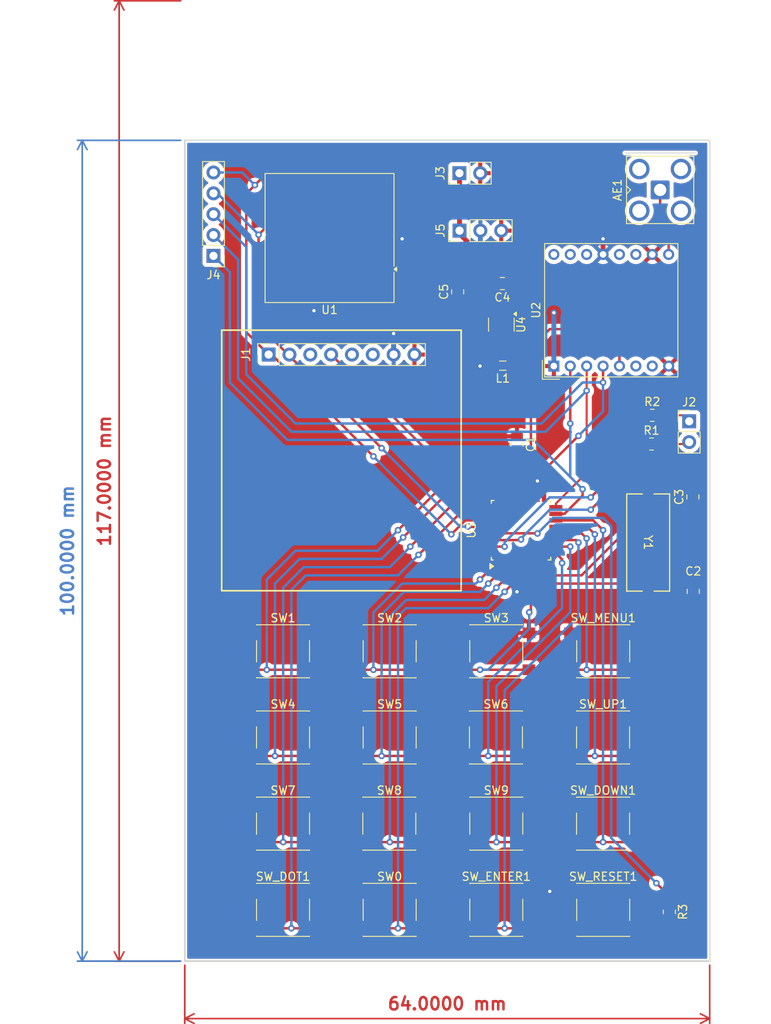
<source format=kicad_pcb>
(kicad_pcb (version 20240108) (generator "pcbnew") (generator_version "8.0")
  (layers (0 "F.Cu" signal) (31 "B.Cu" signal) (34 "B.Paste" user) (35 "F.Paste" user) (36 "B.SilkS" user "B.Silkscreen") (37 "F.SilkS" user "F.Silkscreen") (38 "B.Mask" user) (39 "F.Mask" user) (44 "Edge.Cuts" user))
  (net 0 "")
  (net 1 "+3.3V")
  (net 2 "/SCK")
  (net 3 "/MISO")
  (net 4 "/MOSI")
  (net 5 "/I2C_SCL")
  (net 6 "/I2C_SDA")
  (net 7 "GND")
  (net 18 "Net-(AE1-A)")
  (net 21 "/RESET")
  (net 22 "Net-(U3-AREF)")
  (net 23 "/mcu/RX")
  (net 24 "/mcu/RESET")
  (net 25 "Net-(U3-XTAL2{slash}PB7)")
  (net 26 "/mcu/TX")
  (net 27 "Net-(U3-XTAL1{slash}PB6)")
  (net 29 "/pushbutton_1")
  (net 30 "/pushbutton_4")
  (net 31 "/pushbutton_7")
  (net 32 "/pushbutton_2")
  (net 33 "/pushbutton_5")
  (net 34 "/pushbutton_8")
  (net 35 "/pushbutton_3")
  (net 36 "/pushbutton_6")
  (net 37 "/pushbutton_9")
  (net 38 "/pushbutton_dot")
  (net 39 "/pushbutton_0")
  (net 40 "/pushbutton_enter")
  (net 41 "/pushbutton_menu")
  (net 42 "/pushbutton_up")
  (net 43 "/pushbutton_down")
  (net 46 "/display_RST")
  (net 47 "Net-(U4-SW)")
  (net 48 "INPUT_VOLTAGE")
  (net 50 "/transceiver_CS")
  (net 51 "Net-(J2-Pin_1)")
  (net 52 "Net-(J2-Pin_2)")
  (net 53 "Net-(R3-Pad2)")
  (footprint "Button_Switch_SMD:SW_SPST_PTS645" (layer "F.Cu") (at 130.94 128.25)
    (property "Reference" "SW8")
    (property "Value" "SW_Push")
  )
  (footprint "Capacitor_SMD:C_0805_2012Metric" (layer "F.Cu") (at 144.725 62.45 180)
    (property "Reference" "C4")
    (property "Value" "4.7uF")
  )
  (footprint "RF_GPS:ublox_SAM-M8Q" (layer "F.Cu") (at 123.65 56.9 180)
    (property "Reference" "U1")
    (property "Value" "SAM-M8Q")
  )
  (footprint "Capacitor_SMD:C_0805_2012Metric" (layer "F.Cu") (at 168 99.95 -90)
    (property "Reference" "C2")
    (property "Value" "22pF")
  )
  (footprint "Package_QFP:TQFP-32_7x7mm_P0.8mm" (layer "F.Cu") (at 147 92.5 90)
    (property "Reference" "U3")
    (property "Value" "ATmega328PB-A")
  )
  (footprint "Button_Switch_SMD:SW_SPST_PTS645" (layer "F.Cu") (at 117.98 107.25)
    (property "Reference" "SW1")
    (property "Value" "SW_Push")
  )
  (footprint "Capacitor_SMD:C_0805_2012Metric" (layer "F.Cu") (at 167.95 88.45 90)
    (property "Reference" "C3")
    (property "Value" "22pF")
  )
  (footprint "Connector_Coaxial:SMA_Amphenol_901-143_Horizontal" (layer "F.Cu") (at 163.96 51.04)
    (property "Reference" "AE1")
    (property "Value" "Antenna")
    (fp_line (start 4.3 -4.5) (end -4.3 -4.5) (stroke (width 0.1)) (layer "Edge.Cuts"))
  )
  (footprint "Button_Switch_SMD:SW_SPST_PTS645" (layer "F.Cu") (at 117.98 138.75)
    (property "Reference" "SW_DOT1")
    (property "Value" "SW_Push")
  )
  (footprint "Button_Switch_SMD:SW_SPST_PTS645" (layer "F.Cu") (at 143.98 107.25)
    (property "Reference" "SW3")
    (property "Value" "SW_Push")
  )
  (footprint "Package_TO_SOT_SMD:TSOT-23-5" (layer "F.Cu") (at 144.6 67.45 -90)
    (property "Reference" "U4")
    (property "Value" "LM3670MF")
  )
  (footprint "Button_Switch_SMD:SW_SPST_PTS645" (layer "F.Cu") (at 143.98 138.75)
    (property "Reference" "SW_ENTER1")
    (property "Value" "SW_Push")
  )
  (footprint "Connector_PinHeader_2.54mm:PinHeader_1x02_P2.54mm_Vertical" (layer "F.Cu") (at 167.5 79.225)
    (property "Reference" "J2")
    (property "Value" "Conn_01x02_Pin")
  )
  (footprint "Resistor_SMD:R_0805_2012Metric" (layer "F.Cu") (at 163 78.5)
    (property "Reference" "R2")
    (property "Value" "1k")
  )
  (footprint "Button_Switch_SMD:SW_SPST_PTS645" (layer "F.Cu") (at 157 128.25)
    (property "Reference" "SW_DOWN1")
    (property "Value" "SW_Push")
  )
  (footprint "Connector_PinHeader_2.54mm:PinHeader_1x03_P2.54mm_Vertical" (layer "F.Cu") (at 139.5 56 90)
    (property "Reference" "J5")
    (property "Value" "Conn_01x03_Pin")
  )
  (footprint "Button_Switch_SMD:SW_SPST_PTS645" (layer "F.Cu") (at 117.98 128.25)
    (property "Reference" "SW7")
    (property "Value" "SW_Push")
  )
  (footprint "Connector_PinHeader_2.54mm:PinHeader_1x05_P2.54mm_Vertical" (layer "F.Cu") (at 109.5 59.075 180)
    (property "Reference" "J4")
    (property "Value" "Conn_01x05_Pin")
  )
  (footprint "Connector_PinSocket_2.54mm:PinSocket_1x08_P2.54mm_Vertical" (layer "F.Cu") (at 116.225 71.1 90)
    (property "Reference" "J1")
    (property "Value" "Conn_01x08_Pin")
  )
  (footprint "Capacitor_SMD:C_0805_2012Metric" (layer "F.Cu") (at 146.5 82 -90)
    (property "Reference" "C1")
    (property "Value" "100nF")
  )
  (footprint "Button_Switch_SMD:SW_SPST_PTS645" (layer "F.Cu") (at 143.98 128.25)
    (property "Reference" "SW9")
    (property "Value" "SW_Push")
  )
  (footprint "Button_Switch_SMD:SW_SPST_PTS645" (layer "F.Cu") (at 130.98 138.75)
    (property "Reference" "SW0")
    (property "Value" "SW_Push")
  )
  (footprint "Button_Switch_SMD:SW_SPST_PTS645" (layer "F.Cu") (at 157.02 138.75)
    (property "Reference" "SW_RESET1")
    (property "Value" "SW_Push")
  )
  (footprint "Button_Switch_SMD:SW_SPST_PTS645" (layer "F.Cu") (at 117.98 117.75)
    (property "Reference" "SW4")
    (property "Value" "SW_Push")
  )
  (footprint "footprints:XTAL_ABLS-16_ABR" (layer "F.Cu") (at 162.5 94 -90)
    (property "Reference" "Y1")
    (property "Value" "Crystal")
  )
  (footprint "Capacitor_SMD:C_0805_2012Metric" (layer "F.Cu") (at 139.275 63.45 90)
    (property "Reference" "C5")
    (property "Value" "10 uF")
  )
  (footprint "Button_Switch_SMD:SW_SPST_PTS645" (layer "F.Cu") (at 130.98 107.25)
    (property "Reference" "SW2")
    (property "Value" "SW_Push")
  )
  (footprint "Button_Switch_SMD:SW_SPST_PTS645" (layer "F.Cu") (at 143.94 117.75)
    (property "Reference" "SW6")
    (property "Value" "SW_Push")
  )
  (footprint "Resistor_SMD:R_0805_2012Metric" (layer "F.Cu") (at 162.9125 82)
    (property "Reference" "R1")
    (property "Value" "1k")
  )
  (footprint "Connector_PinHeader_2.54mm:PinHeader_1x02_P2.54mm_Vertical" (layer "F.Cu") (at 139.485 49 90)
    (property "Reference" "J3")
    (property "Value" "Conn_01x02_Pin")
  )
  (footprint "Button_Switch_SMD:SW_SPST_PTS645" (layer "F.Cu") (at 157 117.75)
    (property "Reference" "SW_UP1")
    (property "Value" "SW_Push")
  )
  (footprint "RF_Module:HOPERF_RFM9XW_THT" (layer "F.Cu") (at 151 72.5 90)
    (property "Reference" "U2")
    (property "Value" "RFM96W-433S2")
  )
  (footprint "Button_Switch_SMD:SW_SPST_PTS645" (layer "F.Cu") (at 157.02 107.25)
    (property "Reference" "SW_MENU1")
    (property "Value" "SW_Push")
  )
  (footprint "Button_Switch_SMD:SW_SPST_PTS645" (layer "F.Cu") (at 130.98 117.75)
    (property "Reference" "SW5")
    (property "Value" "SW_Push")
  )
  (footprint "Inductor_SMD:L_0805_2012Metric" (layer "F.Cu") (at 144.775 72.45 180)
    (property "Reference" "L1")
    (property "Value" "2.2 uH")
  )
  (footprint "Resistor_SMD:R_0805_2012Metric" (layer "F.Cu") (at 165.0875 139 -90)
    (property "Reference" "R3")
    (property "Value" "10k")
  )
  (gr_rect (start 110.5 68.125) (end 139.7 99.875) (stroke (width 0.2)) (fill none) (layer "F.SilkS"))
  (gr_rect (start 106 45) (end 170 145) (stroke (width 0.2)) (fill none) (layer "Edge.Cuts"))
  (dimension (type aligned) (layer "F.Cu") (pts (xy 170 145) (xy 106 145)) (height -7) (gr_text "64.0000 mm" (at 138 150.2 0) (layer "F.Cu") (effects (font (size 1.5 1.5) (thickness 0.3)))) (format (prefix "") (suffix "") (units 3) (units_format 1) (precision 4)) (style (thickness 0.2) (arrow_length 1.27) (text_position_mode 0) (extension_height 0.58642) (extension_offset 0.5) keep_text_aligned))
  (dimension (type aligned) (layer "F.Cu") (pts (xy 106 145) (xy 106 28)) (height -8) (gr_text "117.0000 mm" (at 96.2 86.5 90) (layer "F.Cu") (effects (font (size 1.5 1.5) (thickness 0.3)))) (format (prefix "") (suffix "") (units 3) (units_format 1) (precision 4)) (style (thickness 0.2) (arrow_length 1.27) (text_position_mode 0) (extension_height 0.58642) (extension_offset 0.5) keep_text_aligned))
  (dimension (type aligned) (layer "B.Cu") (pts (xy 106 145) (xy 106 45)) (height -12.5) (gr_text "100.0000 mm" (at 91.7 95 90) (layer "B.Cu") (effects (font (size 1.5 1.5) (thickness 0.3)))) (format (prefix "") (suffix "") (units 3) (units_format 1) (precision 4)) (style (thickness 0.2) (arrow_length 1.27) (text_position_mode 0) (extension_height 0.58642) (extension_offset 0.5) keep_text_aligned))
  (segment (start 143.65 68.575) (end 143.7125 68.5125) (width 0.6) (layer "F.Cu") (net 1))
  (segment (start 131.465 71.1) (end 131.465 68.535) (width 0.6) (layer "F.Cu") (net 1))
  (segment (start 153.04 136.5) (end 157 136.5) (width 0.6) (layer "F.Cu") (net 1))
  (segment (start 143.6625 72.5) (end 143.7125 72.45) (width 0.6) (layer "F.Cu") (net 1))
  (segment (start 132.4 56.9) (end 132.5 57) (width 0.6) (layer "F.Cu") (net 1))
  (segment (start 139.275 64.4) (end 139.4625 64.4) (width 0.6) (layer "F.Cu") (net 1))
  (segment (start 157 136.5) (end 161 136.5) (width 0.6) (layer "F.Cu") (net 1))
  (segment (start 143.65 68.5875) (end 143.65 68.575) (width 0.6) (layer "F.Cu") (net 1))
  (segment (start 143.7125 68.5125) (end 143.7125 72.45) (width 0.6) (layer "F.Cu") (net 1))
  (segment (start 146.6 96.75) (end 146.6 99.9) (width 0.6) (layer "F.Cu") (net 1))
  (segment (start 139.4625 64.4) (end 143.65 68.5875) (width 0.6) (layer "F.Cu") (net 1))
  (segment (start 130.25 56.9) (end 132.4 56.9) (width 0.6) (layer "F.Cu") (net 1))
  (segment (start 130.25 58.8) (end 130.25 56.9) (width 0.6) (layer "F.Cu") (net 1))
  (segment (start 157 58.9) (end 157 57) (width 0.6) (layer "F.Cu") (net 1))
  (segment (start 142 72.5) (end 143.6625 72.5) (width 0.6) (layer "F.Cu") (net 1))
  (segment (start 149 88.25) (end 149 86.5) (width 0.6) (layer "F.Cu") (net 1))
  (segment (start 121.75 65.75) (end 121.75 63.5) (width 0.6) (layer "F.Cu") (net 1))
  (segment (start 131.5 68.5) (end 131.465 68.535) (width 0.6) (layer "F.Cu") (net 1))
  (segment (start 146.6 99.9) (end 146.5 100) (width 0.6) (layer "F.Cu") (net 1))
  (segment (start 157 136.5) (end 150.5 136.5) (width 0.6) (layer "F.Cu") (net 1))
  (via (at 157 57) (size 0.8) (drill 0.4) (layers "F.Cu" "B.Cu") (net 1))
  (via (at 131.465 68.535) (size 0.8) (drill 0.4) (layers "F.Cu" "B.Cu") (net 1))
  (via (at 132.5 57) (size 0.8) (drill 0.4) (layers "F.Cu" "B.Cu") (net 1))
  (via (at 121.75 65.75) (size 0.8) (drill 0.4) (layers "F.Cu" "B.Cu") (net 1))
  (via (at 150.5 136.5) (size 0.8) (drill 0.4) (layers "F.Cu" "B.Cu") (net 1))
  (via (at 149 86.5) (size 0.8) (drill 0.4) (layers "F.Cu" "B.Cu") (net 1))
  (via (at 146.5 100) (size 0.8) (drill 0.4) (layers "F.Cu" "B.Cu") (net 1))
  (via (at 142 72.5) (size 0.8) (drill 0.4) (layers "F.Cu" "B.Cu") (net 1))
  (segment (start 142.04 72.46) (end 142 72.5) (width 0.6) (layer "B.Cu") (net 1))
  (segment (start 142.04 56) (end 142.04 72.46) (width 0.6) (layer "B.Cu") (net 1))
  (segment (start 131.1 71.1) (end 131 71) (width 0.6) (layer "B.Cu") (net 1))
  (segment (start 149.8 85.2) (end 154 81) (width 0.3) (layer "F.Cu") (net 2))
  (segment (start 157 74.5) (end 157 72.5) (width 0.3) (layer "F.Cu") (net 2))
  (segment (start 149.8 88.25) (end 149.8 85.2) (width 0.3) (layer "F.Cu") (net 2))
  (via (at 154 81) (size 0.8) (drill 0.4) (layers "F.Cu" "B.Cu") (net 2))
  (via (at 157 74.5) (size 0.8) (drill 0.4) (layers "F.Cu" "B.Cu") (net 2))
  (segment (start 157 78) (end 157 74.5) (width 0.3) (layer "B.Cu") (net 2))
  (segment (start 113.5 73.5) (end 119.5 79.5) (width 0.3) (layer "B.Cu") (net 2))
  (segment (start 113.5 57.995) (end 113.5 73.5) (width 0.3) (layer "B.Cu") (net 2))
  (segment (start 154 81) (end 157 78) (width 0.3) (layer "B.Cu") (net 2))
  (segment (start 149.5 79.5) (end 154.5 74.5) (width 0.3) (layer "B.Cu") (net 2))
  (segment (start 109.5 53.995) (end 113.5 57.995) (width 0.3) (layer "B.Cu") (net 2))
  (segment (start 154.5 74.5) (end 157 74.5) (width 0.3) (layer "B.Cu") (net 2))
  (segment (start 119.5 79.5) (end 149.5 79.5) (width 0.3) (layer "B.Cu") (net 2))
  (segment (start 154.5 88.3) (end 154.5 87.5) (width 0.3) (layer "F.Cu") (net 3))
  (segment (start 153 79.5) (end 153 72.5) (width 0.3) (layer "F.Cu") (net 3))
  (segment (start 151.25 90.5) (end 152.3 90.5) (width 0.3) (layer "F.Cu") (net 3))
  (segment (start 152.3 90.5) (end 154.5 88.3) (width 0.3) (layer "F.Cu") (net 3))
  (via (at 153 79.5) (size 0.8) (drill 0.4) (layers "F.Cu" "B.Cu") (net 3))
  (via (at 154.5 87.5) (size 0.8) (drill 0.4) (layers "F.Cu" "B.Cu") (net 3))
  (segment (start 153 86) (end 153 79.5) (width 0.3) (layer "B.Cu") (net 3))
  (segment (start 111.5 74.5) (end 118.5 81.5) (width 0.3) (layer "B.Cu") (net 3))
  (segment (start 118.5 81.5) (end 148.5 81.5) (width 0.3) (layer "B.Cu") (net 3))
  (segment (start 154.5 87.5) (end 153 86) (width 0.3) (layer "B.Cu") (net 3))
  (segment (start 148.5 81.5) (end 153 86) (width 0.3) (layer "B.Cu") (net 3))
  (segment (start 109.5 59.075) (end 111.5 61.075) (width 0.3) (layer "B.Cu") (net 3))
  (segment (start 111.5 61.075) (end 111.5 74.5) (width 0.3) (layer "B.Cu") (net 3))
  (segment (start 151.25 89.25) (end 151.25 89.7) (width 0.25) (layer "F.Cu") (net 4))
  (segment (start 155 85.5) (end 151.25 89.25) (width 0.25) (layer "F.Cu") (net 4))
  (segment (start 155 75.5) (end 155 85.5) (width 0.25) (layer "F.Cu") (net 4))
  (segment (start 155 75.5) (end 155 72.5) (width 0.25) (layer "F.Cu") (net 4))
  (via (at 155 75.5) (size 0.8) (drill 0.4) (layers "F.Cu" "B.Cu") (net 4))
  (segment (start 150 80.5) (end 119 80.5) (width 0.3) (layer "B.Cu") (net 4))
  (segment (start 112.5 59.535) (end 109.5 56.535) (width 0.3) (layer "B.Cu") (net 4))
  (segment (start 112.5 74) (end 112.5 59.535) (width 0.3) (layer "B.Cu") (net 4))
  (segment (start 119 80.5) (end 112.5 74) (width 0.3) (layer "B.Cu") (net 4))
  (segment (start 155 75.5) (end 150 80.5) (width 0.3) (layer "B.Cu") (net 4))
  (segment (start 142.75 92.1) (end 140.580331 92.1) (width 0.3) (layer "F.Cu") (net 5))
  (segment (start 118.6 71.1) (end 115 67.5) (width 0.3) (layer "F.Cu") (net 5))
  (segment (start 118.765 71.265) (end 118.765 71.1) (width 0.3) (layer "F.Cu") (net 5))
  (segment (start 130 82.5) (end 118.765 71.265) (width 0.3) (layer "F.Cu") (net 5))
  (segment (start 115 67.5) (end 115 56.5) (width 0.3) (layer "F.Cu") (net 5))
  (segment (start 116.5 55) (end 117.05 55) (width 0.3) (layer "F.Cu") (net 5))
  (segment (start 115 56.5) (end 116.5 55) (width 0.3) (layer "F.Cu") (net 5))
  (segment (start 118.765 71.1) (end 118.6 71.1) (width 0.3) (layer "F.Cu") (net 5))
  (segment (start 140.580331 92.1) (end 140.530331 92.05) (width 0.3) (layer "F.Cu") (net 5))
  (via (at 115 56.5) (size 0.8) (drill 0.4) (layers "F.Cu" "B.Cu") (net 5))
  (via (at 140.530331 92.05) (size 0.8) (drill 0.4) (layers "F.Cu" "B.Cu") (net 5))
  (via (at 130 82.5) (size 0.8) (drill 0.4) (layers "F.Cu" "B.Cu") (net 5))
  (segment (start 115 56.4775) (end 115 56.5) (width 0.3) (layer "B.Cu") (net 5))
  (segment (start 139.55 92.05) (end 140.530331 92.05) (width 0.3) (layer "B.Cu") (net 5))
  (segment (start 109.5 51.455) (end 109.9775 51.455) (width 0.3) (layer "B.Cu") (net 5))
  (segment (start 109.9775 51.455) (end 115 56.4775) (width 0.3) (layer "B.Cu") (net 5))
  (segment (start 130 82.5) (end 139.55 92.05) (width 0.3) (layer "B.Cu") (net 5))
  (segment (start 113.5 68.375) (end 113.5 51.5) (width 0.3) (layer "F.Cu") (net 6))
  (segment (start 121.75 49.15) (end 121.75 50.3) (width 0.3) (layer "F.Cu") (net 6))
  (segment (start 116.225 71.1) (end 113.5 68.375) (width 0.3) (layer "F.Cu") (net 6))
  (segment (start 142.75 91.3) (end 140.2 91.3) (width 0.3) (layer "F.Cu") (net 6))
  (segment (start 114.55 50.45) (end 117 48) (width 0.3) (layer "F.Cu") (net 6))
  (segment (start 116.6 71.1) (end 116.225 71.1) (width 0.3) (layer "F.Cu") (net 6))
  (segment (start 113.5 51.5) (end 114.55 50.45) (width 0.3) (layer "F.Cu") (net 6))
  (segment (start 117 48) (end 120.6 48) (width 0.3) (layer "F.Cu") (net 6))
  (segment (start 120.6 48) (end 121.75 49.15) (width 0.3) (layer "F.Cu") (net 6))
  (segment (start 129 83.5) (end 116.6 71.1) (width 0.3) (layer "F.Cu") (net 6))
  (segment (start 140.2 91.3) (end 138.5 93) (width 0.3) (layer "F.Cu") (net 6))
  (via (at 138.5 93) (size 0.8) (drill 0.4) (layers "F.Cu" "B.Cu") (net 6))
  (via (at 129 83.5) (size 0.8) (drill 0.4) (layers "F.Cu" "B.Cu") (net 6))
  (via (at 114.55 50.45) (size 0.8) (drill 0.4) (layers "F.Cu" "B.Cu") (net 6))
  (segment (start 129 83.5) (end 138.5 93) (width 0.3) (layer "B.Cu") (net 6))
  (segment (start 109.5 48.915) (end 113.015 48.915) (width 0.3) (layer "B.Cu") (net 6))
  (segment (start 113.015 48.915) (end 114.55 50.45) (width 0.3) (layer "B.Cu") (net 6))
  (segment (start 143.775 62.45) (end 144.6 63.275) (width 0.6) (layer "F.Cu") (net 7))
  (segment (start 146.6 88.25) (end 146.6 86.1) (width 0.25) (layer "F.Cu") (net 7))
  (segment (start 143.725 62.5) (end 143.775 62.45) (width 0.6) (layer "F.Cu") (net 7))
  (segment (start 147.4 96.75) (end 147.4 100.6) (width 0.6) (layer "F.Cu") (net 7))
  (segment (start 144.6 63.275) (end 144.6 66.3125) (width 0.6) (layer "F.Cu") (net 7))
  (segment (start 146.6 86.1) (end 145.5 85) (width 0.25) (layer "F.Cu") (net 7))
  (segment (start 139.275 62.5) (end 143.725 62.5) (width 0.6) (layer "F.Cu") (net 7))
  (segment (start 147.4 100.6) (end 146.5 101.5) (width 0.6) (layer "F.Cu") (net 7))
  (via (at 151 66) (size 0.8) (drill 0.4) (layers "F.Cu" "B.Cu") (net 7))
  (segment (start 151 72.5) (end 151 72) (width 0.6) (layer "B.Cu") (net 7))
  (segment (start 151 72) (end 151 66) (width 0.6) (layer "B.Cu") (net 7))
  (segment (start 163.96 54.96) (end 163.96 51.04) (width 0.3) (layer "F.Cu") (net 18))
  (segment (start 165 56) (end 163.96 54.96) (width 0.3) (layer "F.Cu") (net 18))
  (segment (start 165 58.9) (end 165 56) (width 0.3) (layer "F.Cu") (net 18))
  (segment (start 146.5 82.95) (end 147.4 83.85) (width 0.3) (layer "F.Cu") (net 22))
  (segment (start 147.4 83.85) (end 147.4 88.25) (width 0.3) (layer "F.Cu") (net 22))
  (segment (start 146.925 93.7) (end 142.75 93.7) (width 0.3) (layer "F.Cu") (net 23))
  (segment (start 147 93.625) (end 146.925 93.7) (width 0.3) (layer "F.Cu") (net 23))
  (segment (start 162 83.5) (end 155.5 90) (width 0.3) (layer "F.Cu") (net 23))
  (segment (start 162 82) (end 162 83.5) (width 0.3) (layer "F.Cu") (net 23))
  (via (at 155.5 90) (size 0.8) (drill 0.4) (layers "F.Cu" "B.Cu") (net 23))
  (via (at 147 93.625) (size 0.8) (drill 0.4) (layers "F.Cu" "B.Cu") (net 23))
  (segment (start 147 93.5) (end 147 93.625) (width 0.3) (layer "B.Cu") (net 23))
  (segment (start 155.5 90) (end 150.5 90) (width 0.3) (layer "B.Cu") (net 23))
  (segment (start 150.5 90) (end 147 93.5) (width 0.3) (layer "B.Cu") (net 23))
  (segment (start 148.975 92.875) (end 142.775 92.875) (width 0.3) (layer "F.Cu") (net 24))
  (segment (start 142.775 92.875) (end 142.75 92.9) (width 0.3) (layer "F.Cu") (net 24))
  (segment (start 149 92.9) (end 148.975 92.875) (width 0.3) (layer "F.Cu") (net 24))
  (segment (start 165.0875 137.0875) (end 165.0875 138.0875) (width 0.3) (layer "F.Cu") (net 24))
  (segment (start 163.5 135.5) (end 165.0875 137.0875) (width 0.3) (layer "F.Cu") (net 24))
  (via (at 163.5 135.5) (size 0.8) (drill 0.4) (layers "F.Cu" "B.Cu") (net 24))
  (via (at 149 92.9) (size 0.8) (drill 0.4) (layers "F.Cu" "B.Cu") (net 24))
  (segment (start 150.9 91) (end 157 91) (width 0.3) (layer "B.Cu") (net 24))
  (segment (start 149 92.9) (end 150.9 91) (width 0.3) (layer "B.Cu") (net 24))
  (segment (start 158 92) (end 158 130) (width 0.3) (layer "B.Cu") (net 24))
  (segment (start 157 91) (end 158 92) (width 0.3) (layer "B.Cu") (net 24))
  (segment (start 158 130) (end 163.5 135.5) (width 0.3) (layer "B.Cu") (net 24))
  (segment (start 162.5 89.8751) (end 162.5 89.2502) (width 0.3) (layer "F.Cu") (net 25))
  (segment (start 149.8 96.75) (end 151.05 98) (width 0.3) (layer "F.Cu") (net 25))
  (segment (start 151.05 98) (end 154.3751 98) (width 0.3) (layer "F.Cu") (net 25))
  (segment (start 154.3751 98) (end 162.5 89.8751) (width 0.3) (layer "F.Cu") (net 25))
  (segment (start 162.6498 89.4) (end 162.5 89.2502) (width 0.3) (layer "F.Cu") (net 25))
  (segment (start 167.95 89.4) (end 162.6498 89.4) (width 0.3) (layer "F.Cu") (net 25))
  (segment (start 161.5 78.5) (end 160.5 79.5) (width 0.3) (layer "F.Cu") (net 26))
  (segment (start 160.5 83.5) (end 155.5 88.5) (width 0.3) (layer "F.Cu") (net 26))
  (segment (start 162.0875 78.5) (end 161.5 78.5) (width 0.3) (layer "F.Cu") (net 26))
  (segment (start 145 94.5) (end 142.75 94.5) (width 0.3) (layer "F.Cu") (net 26))
  (segment (start 160.5 79.5) (end 160.5 83.5) (width 0.3) (layer "F.Cu") (net 26))
  (via (at 145 94.5) (size 0.8) (drill 0.4) (layers "F.Cu" "B.Cu") (net 26))
  (via (at 155.5 88.5) (size 0.8) (drill 0.4) (layers "F.Cu" "B.Cu") (net 26))
  (segment (start 145 93.974695) (end 145 94.5) (width 0.3) (layer "B.Cu") (net 26))
  (segment (start 150.474695 88.5) (end 145 93.974695) (width 0.3) (layer "B.Cu") (net 26))
  (segment (start 155.5 88.5) (end 150.474695 88.5) (width 0.3) (layer "B.Cu") (net 26))
  (segment (start 149 97.8) (end 150.2 99) (width 0.3) (layer "F.Cu") (net 27))
  (segment (start 162.2498 99) (end 162.5 98.7498) (width 0.3) (layer "F.Cu") (net 27))
  (segment (start 168 99) (end 162.7502 99) (width 0.3) (layer "F.Cu") (net 27))
  (segment (start 149 96.75) (end 149 97.8) (width 0.3) (layer "F.Cu") (net 27))
  (segment (start 150.2 99) (end 162.2498 99) (width 0.3) (layer "F.Cu") (net 27))
  (segment (start 162.7502 99) (end 162.5 98.7498) (width 0.3) (layer "F.Cu") (net 27))
  (segment (start 116 109.5) (end 121.96 109.5) (width 0.3) (layer "F.Cu") (net 29))
  (segment (start 144.3 86.5) (end 145 87.2) (width 0.3) (layer "F.Cu") (net 29))
  (segment (start 145 87.2) (end 145 88.25) (width 0.3) (layer "F.Cu") (net 29))
  (segment (start 138 86.5) (end 144.3 86.5) (width 0.3) (layer "F.Cu") (net 29))
  (segment (start 114 109.5) (end 116 109.5) (width 0.3) (layer "F.Cu") (net 29))
  (segment (start 132 92.5) (end 138 86.5) (width 0.3) (layer "F.Cu") (net 29))
  (via (at 132 92.5) (size 0.8) (drill 0.4) (layers "F.Cu" "B.Cu") (net 29))
  (via (at 116 109.5) (size 0.8) (drill 0.4) (layers "F.Cu" "B.Cu") (net 29))
  (segment (start 116 106) (end 116 105.5) (width 0.3) (layer "B.Cu") (net 29))
  (segment (start 116 109.5) (end 116 106) (width 0.3) (layer "B.Cu") (net 29))
  (segment (start 119.5 95) (end 116 98.5) (width 0.3) (layer "B.Cu") (net 29))
  (segment (start 132 92.5) (end 129.5 95) (width 0.3) (layer "B.Cu") (net 29))
  (segment (start 116 98.5) (end 116 106) (width 0.3) (layer "B.Cu") (net 29))
  (segment (start 129.5 95) (end 119.5 95) (width 0.3) (layer "B.Cu") (net 29))
  (segment (start 117 120) (end 114 120) (width 0.3) (layer "F.Cu") (net 30))
  (segment (start 132.625 93.375) (end 137.75 88.25) (width 0.3) (layer "F.Cu") (net 30))
  (segment (start 117 120) (end 121.96 120) (width 0.3) (layer "F.Cu") (net 30))
  (segment (start 137.75 88.25) (end 144.2 88.25) (width 0.3) (layer "F.Cu") (net 30))
  (via (at 132.625 93.375) (size 0.8) (drill 0.4) (layers "F.Cu" "B.Cu") (net 30))
  (via (at 117 120) (size 0.8) (drill 0.4) (layers "F.Cu" "B.Cu") (net 30))
  (segment (start 117 99) (end 117 120) (width 0.3) (layer "B.Cu") (net 30))
  (segment (start 120 96) (end 117 99) (width 0.3) (layer "B.Cu") (net 30))
  (segment (start 130 96) (end 120 96) (width 0.3) (layer "B.Cu") (net 30))
  (segment (start 132.625 93.375) (end 130 96) (width 0.3) (layer "B.Cu") (net 30))
  (segment (start 114 130.5) (end 118 130.5) (width 0.3) (layer "F.Cu") (net 31))
  (segment (start 118 130.5) (end 121.96 130.5) (width 0.3) (layer "F.Cu") (net 31))
  (segment (start 138.3 89.7) (end 142.75 89.7) (width 0.3) (layer "F.Cu") (net 31))
  (segment (start 133.5 94.5) (end 138.3 89.7) (width 0.3) (layer "F.Cu") (net 31))
  (via (at 118 130.5) (size 0.8) (drill 0.4) (layers "F.Cu" "B.Cu") (net 31))
  (via (at 133.5 94.5) (size 0.8) (drill 0.4) (layers "F.Cu" "B.Cu") (net 31))
  (segment (start 133.5 94.5) (end 131 97) (width 0.3) (layer "B.Cu") (net 31))
  (segment (start 120.5 97) (end 118 99.5) (width 0.3) (layer "B.Cu") (net 31))
  (segment (start 131 97) (end 120.5 97) (width 0.3) (layer "B.Cu") (net 31))
  (segment (start 118 99.5) (end 118 130.5) (width 0.3) (layer "B.Cu") (net 31))
  (segment (start 142 98.5) (end 142.75 97.75) (width 0.3) (layer "F.Cu") (net 32))
  (segment (start 127 109.5) (end 129 109.5) (width 0.3) (layer "F.Cu") (net 32))
  (segment (start 129 109.5) (end 134.96 109.5) (width 0.3) (layer "F.Cu") (net 32))
  (segment (start 142.75 97.75) (end 142.75 95.3) (width 0.3) (layer "F.Cu") (net 32))
  (via (at 142 98.5) (size 0.8) (drill 0.4) (layers "F.Cu" "B.Cu") (net 32))
  (via (at 129 109.5) (size 0.8) (drill 0.4) (layers "F.Cu" "B.Cu") (net 32))
  (segment (start 129 102.5) (end 132.5 99) (width 0.3) (layer "B.Cu") (net 32))
  (segment (start 132.5 99) (end 141.5 99) (width 0.3) (layer "B.Cu") (net 32))
  (segment (start 141.5 99) (end 142 98.5) (width 0.3) (layer "B.Cu") (net 32))
  (segment (start 129 109.5) (end 129 102.5) (width 0.3) (layer "B.Cu") (net 32))
  (segment (start 130 120) (end 127 120) (width 0.3) (layer "F.Cu") (net 33))
  (segment (start 143 99) (end 144.2 97.8) (width 0.3) (layer "F.Cu") (net 33))
  (segment (start 144.2 97.8) (end 144.2 96.75) (width 0.3) (layer "F.Cu") (net 33))
  (segment (start 130 120) (end 134.96 120) (width 0.3) (layer "F.Cu") (net 33))
  (via (at 130 120) (size 0.8) (drill 0.4) (layers "F.Cu" "B.Cu") (net 33))
  (via (at 143 99) (size 0.8) (drill 0.4) (layers "F.Cu" "B.Cu") (net 33))
  (segment (start 142 100) (end 143 99) (width 0.3) (layer "B.Cu") (net 33))
  (segment (start 130 102.75) (end 132.75 100) (width 0.3) (layer "B.Cu") (net 33))
  (segment (start 132.75 100) (end 142 100) (width 0.3) (layer "B.Cu") (net 33))
  (segment (start 130 120) (end 130 102.75) (width 0.3) (layer "B.Cu") (net 33))
  (segment (start 131 130.5) (end 134.92 130.5) (width 0.3) (layer "F.Cu") (net 34))
  (segment (start 145 98.5) (end 145 96.75) (width 0.3) (layer "F.Cu") (net 34))
  (segment (start 144 99.5) (end 145 98.5) (width 0.3) (layer "F.Cu") (net 34))
  (segment (start 127 130.5) (end 131 130.5) (width 0.3) (layer "F.Cu") (net 34))
  (via (at 144 99.5) (size 0.8) (drill 0.4) (layers "F.Cu" "B.Cu") (net 34))
  (via (at 131 130.5) (size 0.8) (drill 0.4) (layers "F.Cu" "B.Cu") (net 34))
  (segment (start 133 101) (end 131 103) (width 0.3) (layer "B.Cu") (net 34))
  (segment (start 144 99.5) (end 142.5 101) (width 0.3) (layer "B.Cu") (net 34))
  (segment (start 131 103) (end 131 130.5) (width 0.3) (layer "B.Cu") (net 34))
  (segment (start 142.5 101) (end 133 101) (width 0.3) (layer "B.Cu") (net 34))
  (segment (start 148.2 102.3) (end 148.2 96.75) (width 0.3) (layer "F.Cu") (net 35))
  (segment (start 140 109.5) (end 142 109.5) (width 0.3) (layer "F.Cu") (net 35))
  (segment (start 148 102.5) (end 148.2 102.3) (width 0.3) (layer "F.Cu") (net 35))
  (segment (start 142 109.5) (end 147.96 109.5) (width 0.3) (layer "F.Cu") (net 35))
  (via (at 148 102.5) (size 0.8) (drill 0.4) (layers "F.Cu" "B.Cu") (net 35))
  (via (at 142 109.5) (size 0.8) (drill 0.4) (layers "F.Cu" "B.Cu") (net 35))
  (segment (start 143 109.5) (end 142 109.5) (width 0.3) (layer "B.Cu") (net 35))
  (segment (start 148 102.5) (end 148 104.5) (width 0.3) (layer "B.Cu") (net 35))
  (segment (start 148 104.5) (end 143 109.5) (width 0.3) (layer "B.Cu") (net 35))
  (segment (start 152 96.5) (end 152 96.05) (width 0.3) (layer "F.Cu") (net 36))
  (segment (start 143 120) (end 140 120) (width 0.3) (layer "F.Cu") (net 36))
  (segment (start 143 120) (end 147.92 120) (width 0.3) (layer "F.Cu") (net 36))
  (segment (start 152 96.05) (end 151.25 95.3) (width 0.3) (layer "F.Cu") (net 36))
  (via (at 152 96.5) (size 0.8) (drill 0.4) (layers "F.Cu" "B.Cu") (net 36))
  (via (at 143 120) (size 0.8) (drill 0.4) (layers "F.Cu" "B.Cu") (net 36))
  (segment (start 143 111) (end 143 120) (width 0.3) (layer "B.Cu") (net 36))
  (segment (start 152 102) (end 143 111) (width 0.3) (layer "B.Cu") (net 36))
  (segment (start 152 96.5) (end 152 102) (width 0.3) (layer "B.Cu") (net 36))
  (segment (start 144 130.5) (end 147.96 130.5) (width 0.3) (layer "F.Cu") (net 37))
  (segment (start 151.25 94.5) (end 153 94.5) (width 0.3) (layer "F.Cu") (net 37))
  (segment (start 140 130.5) (end 144 130.5) (width 0.3) (layer "F.Cu") (net 37))
  (via (at 153 94.5) (size 0.8) (drill 0.4) (layers "F.Cu" "B.Cu") (net 37))
  (via (at 144 130.5) (size 0.8) (drill 0.4) (layers "F.Cu" "B.Cu") (net 37))
  (segment (start 153 94.5) (end 153 102.5) (width 0.3) (layer "B.Cu") (net 37))
  (segment (start 153 102.5) (end 144 111.5) (width 0.3) (layer "B.Cu") (net 37))
  (segment (start 144 111.5) (end 144 130.5) (width 0.3) (layer "B.Cu") (net 37))
  (segment (start 119 141) (end 114 141) (width 0.3) (layer "F.Cu") (net 38))
  (segment (start 119 141) (end 121.96 141) (width 0.3) (layer "F.Cu") (net 38))
  (segment (start 134.5 95.5) (end 139.5 90.5) (width 0.3) (layer "F.Cu") (net 38))
  (segment (start 139.5 90.5) (end 142.75 90.5) (width 0.3) (layer "F.Cu") (net 38))
  (via (at 134.5 95.5) (size 0.8) (drill 0.4) (layers "F.Cu" "B.Cu") (net 38))
  (via (at 119 141) (size 0.8) (drill 0.4) (layers "F.Cu" "B.Cu") (net 38))
  (segment (start 132 98) (end 120.75 98) (width 0.3) (layer "B.Cu") (net 38))
  (segment (start 119 99.75) (end 119 141) (width 0.3) (layer "B.Cu") (net 38))
  (segment (start 120.75 98) (end 119 99.75) (width 0.3) (layer "B.Cu") (net 38))
  (segment (start 134.5 95.5) (end 132 98) (width 0.3) (layer "B.Cu") (net 38))
  (segment (start 132 141) (end 127 141) (width 0.3) (layer "F.Cu") (net 39))
  (segment (start 145.8 99.2) (end 145.8 96.75) (width 0.3) (layer "F.Cu") (net 39))
  (segment (start 145 100) (end 145.8 99.2) (width 0.3) (layer "F.Cu") (net 39))
  (segment (start 132 141) (end 134.96 141) (width 0.3) (layer "F.Cu") (net 39))
  (via (at 145 100) (size 0.8) (drill 0.4) (layers "F.Cu" "B.Cu") (net 39))
  (via (at 132 141) (size 0.8) (drill 0.4) (layers "F.Cu" "B.Cu") (net 39))
  (segment (start 132 103) (end 132 141) (width 0.3) (layer "B.Cu") (net 39))
  (segment (start 143 102) (end 133 102) (width 0.3) (layer "B.Cu") (net 39))
  (segment (start 133 102) (end 132 103) (width 0.3) (layer "B.Cu") (net 39))
  (segment (start 145 100) (end 143 102) (width 0.3) (layer "B.Cu") (net 39))
  (segment (start 151.25 93.7) (end 153.7 93.7) (width 0.3) (layer "F.Cu") (net 40))
  (segment (start 145 141) (end 147.96 141) (width 0.3) (layer "F.Cu") (net 40))
  (segment (start 145 141) (end 140 141) (width 0.3) (layer "F.Cu") (net 40))
  (segment (start 153.7 93.7) (end 154 94) (width 0.3) (layer "F.Cu") (net 40))
  (via (at 154 94) (size 0.8) (drill 0.4) (layers "F.Cu" "B.Cu") (net 40))
  (via (at 145 141) (size 0.8) (drill 0.4) (layers "F.Cu" "B.Cu") (net 40))
  (segment (start 145 112) (end 145 141) (width 0.3) (layer "B.Cu") (net 40))
  (segment (start 154 103) (end 145 112) (width 0.3) (layer "B.Cu") (net 40))
  (segment (start 154 94) (end 154 103) (width 0.3) (layer "B.Cu") (net 40))
  (segment (start 151.25 92.9) (end 154.4 92.9) (width 0.3) (layer "F.Cu") (net 41))
  (segment (start 153 109.5) (end 155 109.5) (width 0.3) (layer "F.Cu") (net 41))
  (segment (start 154.4 92.9) (end 155 93.5) (width 0.3) (layer "F.Cu") (net 41))
  (segment (start 155 109.5) (end 161 109.5) (width 0.3) (layer "F.Cu") (net 41))
  (via (at 155 93.5) (size 0.8) (drill 0.4) (layers "F.Cu" "B.Cu") (net 41))
  (via (at 155 109.5) (size 0.8) (drill 0.4) (layers "F.Cu" "B.Cu") (net 41))
  (segment (start 155 94) (end 155 93.5) (width 0.3) (layer "B.Cu") (net 41))
  (segment (start 155 109.5) (end 155 94) (width 0.3) (layer "B.Cu") (net 41))
  (segment (start 156 120) (end 160.98 120) (width 0.3) (layer "F.Cu") (net 42))
  (segment (start 156 120) (end 153 120) (width 0.3) (layer "F.Cu") (net 42))
  (segment (start 151.25 92.1) (end 155.1 92.1) (width 0.3) (layer "F.Cu") (net 42))
  (segment (start 155.1 92.1) (end 156 93) (width 0.3) (layer "F.Cu") (net 42))
  (via (at 156 120) (size 0.8) (drill 0.4) (layers "F.Cu" "B.Cu") (net 42))
  (via (at 156 93) (size 0.8) (drill 0.4) (layers "F.Cu" "B.Cu") (net 42))
  (segment (start 156 120) (end 156 93.5) (width 0.3) (layer "B.Cu") (net 42))
  (segment (start 156 93.5) (end 156 93) (width 0.3) (layer "B.Cu") (net 42))
  (segment (start 151.25 91.3) (end 155.8 91.3) (width 0.3) (layer "F.Cu") (net 43))
  (segment (start 153 130.5) (end 157 130.5) (width 0.3) (layer "F.Cu") (net 43))
  (segment (start 157 130.5) (end 160.98 130.5) (width 0.3) (layer "F.Cu") (net 43))
  (segment (start 155.8 91.3) (end 157 92.5) (width 0.3) (layer "F.Cu") (net 43))
  (via (at 157 92.5) (size 0.8) (drill 0.4) (layers "F.Cu" "B.Cu") (net 43))
  (via (at 157 130.5) (size 0.8) (drill 0.4) (layers "F.Cu" "B.Cu") (net 43))
  (segment (start 157 92.5) (end 157 130.5) (width 0.3) (layer "B.Cu") (net 43))
  (segment (start 145.8 88.25) (end 145.8 86.475) (width 0.3) (layer "F.Cu") (net 46))
  (segment (start 145.8 86.475) (end 144.325 85) (width 0.3) (layer "F.Cu") (net 46))
  (segment (start 144.325 85) (end 137.745 85) (width 0.3) (layer "F.Cu") (net 46))
  (segment (start 137.745 85) (end 123.845 71.1) (width 0.3) (layer "F.Cu") (net 46))
  (segment (start 145.55 72.1625) (end 145.8375 72.45) (width 0.6) (layer "F.Cu") (net 47))
  (segment (start 145.55 68.5875) (end 145.55 72.1625) (width 0.6) (layer "F.Cu") (net 47))
  (segment (start 139.5 56.382412) (end 139.5 56) (width 0.6) (layer "F.Cu") (net 48))
  (segment (start 139.5 56) (end 139.5 49.015) (width 0.6) (layer "F.Cu") (net 48))
  (segment (start 139.5 49.015) (end 139.485 49) (width 0.6) (layer "F.Cu") (net 48))
  (segment (start 145.675 62.45) (end 145.675 66.1875) (width 0.6) (layer "F.Cu") (net 48))
  (segment (start 145.675 66.1875) (end 145.55 66.3125) (width 0.6) (layer "F.Cu") (net 48))
  (segment (start 145.567588 62.45) (end 139.5 56.382412) (width 0.6) (layer "F.Cu") (net 48))
  (segment (start 145.675 62.45) (end 145.567588 62.45) (width 0.6) (layer "F.Cu") (net 48))
  (segment (start 156.5 68) (end 150.5 68) (width 0.3) (layer "F.Cu") (net 50))
  (segment (start 150.5 68) (end 148.2 70.3) (width 0.3) (layer "F.Cu") (net 50))
  (segment (start 148.2 70.3) (end 148.2 88.25) (width 0.3) (layer "F.Cu") (net 50))
  (segment (start 159 70.5) (end 156.5 68) (width 0.3) (layer "F.Cu") (net 50))
  (segment (start 159 72.5) (end 159 70.5) (width 0.3) (layer "F.Cu") (net 50))
  (segment (start 166.775 78.5) (end 167.5 79.225) (width 0.25) (layer "F.Cu") (net 51))
  (segment (start 163.9125 78.5) (end 166.775 78.5) (width 0.25) (layer "F.Cu") (net 51))
  (segment (start 163.825 82) (end 167.265 82) (width 0.25) (layer "F.Cu") (net 52))
  (segment (start 167.265 82) (end 167.5 81.765) (width 0.25) (layer "F.Cu") (net 52))
  (segment (start 164 141) (end 165.0875 139.9125) (width 0.3) (layer "F.Cu") (net 53))
  (segment (start 161 141) (end 164 141) (width 0.3) (layer "F.Cu") (net 53))
  (segment (start 153.04 141) (end 161 141) (width 0.6) (layer "F.Cu") (net 53))
  (zone (net 7) (net_name "GND") (layer "F.Cu") (priority 1) (connect_pads (clearance 0.5)) (min_thickness 0.25) (fill yes (thermal_gap 0.5) (thermal_bridge_width 0.5))
    (polygon (pts (xy 106 28.5) (xy 177.5 28) (xy 177.5 145) (xy 106 145.5)))
  )
  (zone (net 1) (net_name "+3.3V") (layer "B.Cu") (connect_pads (clearance 0.5)) (min_thickness 0.25) (fill yes (thermal_gap 0.5) (thermal_bridge_width 0.5))
    (polygon (pts (xy 106 145) (xy 106 28) (xy 177.5 28) (xy 177.5 145)))
  )
)
</source>
